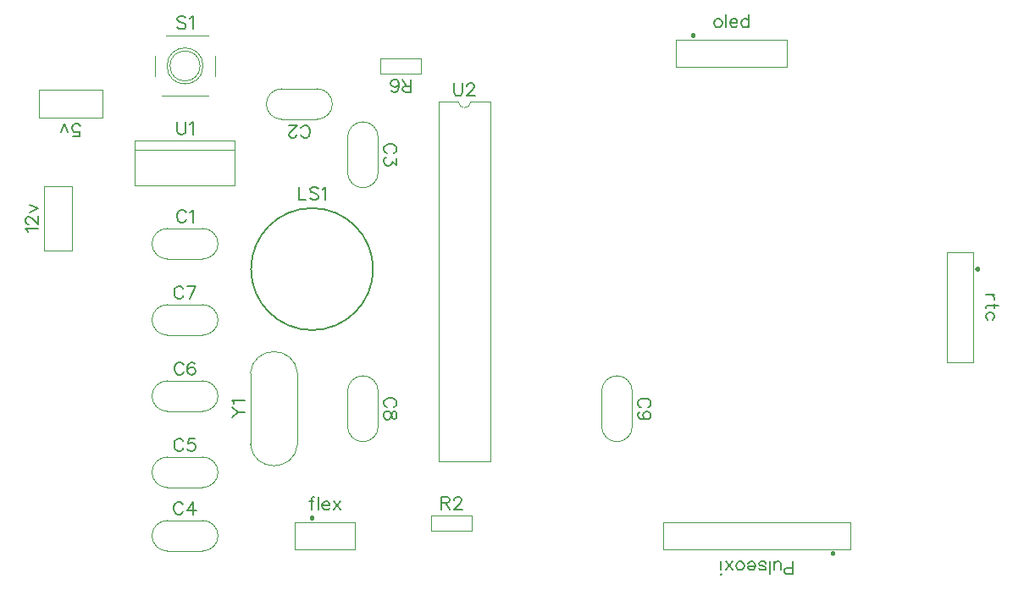
<source format=gbr>
G04 DipTrace 4.2.0.1*
G04 TopSilk.gbr*
%MOIN*%
G04 #@! TF.FileFunction,Legend,Top*
G04 #@! TF.Part,Single*
%ADD10C,0.004724*%
%ADD22C,0.005*%
%ADD65C,0.00772*%
%FSLAX26Y26*%
G04*
G70*
G90*
G75*
G01*
G04 TopSilk*
%LPD*%
X488583Y1817717D2*
D10*
X598819D1*
Y2069685D1*
X488583D1*
Y1817717D1*
X719685Y2338583D2*
Y2448819D1*
X467717D1*
Y2338583D1*
X719685D1*
X973761Y1783701D2*
X1113640D1*
X973761Y1903701D2*
X1113640D1*
Y1783701D2*
G03X1113640Y1903701I60J60000D01*
G01*
X973761D2*
G03X973761Y1783701I-60J-60000D01*
G01*
X1563640Y2453701D2*
X1423761D1*
X1563640Y2333701D2*
X1423761D1*
Y2453701D2*
G03X1423761Y2333701I-60J-60000D01*
G01*
X1563640D2*
G03X1563640Y2453701I60J60000D01*
G01*
X1683701Y2263640D2*
Y2123761D1*
X1803701Y2263640D2*
Y2123761D1*
X1683701D2*
G03X1803701Y2123761I60000J-60D01*
G01*
Y2263640D2*
G03X1683701Y2263640I-60000J60D01*
G01*
X973764Y633698D2*
X1113643Y633704D1*
X973759Y753698D2*
X1113638Y753704D1*
X1113643Y633704D2*
G03X1113638Y753704I58J60000D01*
G01*
X973759Y753698D2*
G03X973764Y633698I-58J-60000D01*
G01*
X973761Y883701D2*
X1113640D1*
X973761Y1003701D2*
X1113640D1*
Y883701D2*
G03X1113640Y1003701I60J60000D01*
G01*
X973761D2*
G03X973761Y883701I-60J-60000D01*
G01*
Y1183701D2*
X1113640D1*
X973761Y1303701D2*
X1113640D1*
Y1183701D2*
G03X1113640Y1303701I60J60000D01*
G01*
X973761D2*
G03X973761Y1183701I-60J-60000D01*
G01*
Y1483701D2*
X1113640D1*
X973761Y1603701D2*
X1113640D1*
Y1483701D2*
G03X1113640Y1603701I60J60000D01*
G01*
X973761D2*
G03X973761Y1483701I-60J-60000D01*
G01*
X1683699Y1263639D2*
X1683703Y1123760D1*
X1803699Y1263642D2*
X1803703Y1123763D1*
X1683703Y1123760D2*
G03X1803703Y1123763I60000J-59D01*
G01*
X1803699Y1263642D2*
G03X1683699Y1263639I-60000J59D01*
G01*
X2683701Y1263640D2*
Y1123761D1*
X2803701Y1263640D2*
Y1123761D1*
X2683701D2*
G03X2803701Y1123761I60000J-60D01*
G01*
Y1263640D2*
G03X2683701Y1263640I-60000J60D01*
G01*
X1476772Y746063D2*
Y641339D1*
X1710630D1*
Y746063D1*
X1476772D1*
G36*
X1534016Y762835D2*
X1534099Y764099D1*
X1534346Y765341D1*
X1534753Y766541D1*
X1535313Y767677D1*
X1536017Y768731D1*
X1536852Y769683D1*
X1537805Y770518D1*
X1538858Y771222D1*
X1539994Y771782D1*
X1541194Y772190D1*
X1542437Y772437D1*
X1543701Y772520D1*
X1544965Y772437D1*
X1546207Y772190D1*
X1547407Y771782D1*
X1548543Y771222D1*
X1549597Y770518D1*
X1550549Y769683D1*
X1551384Y768731D1*
X1552088Y767677D1*
X1552649Y766541D1*
X1553056Y765341D1*
X1553303Y764099D1*
X1553386Y762835D1*
D1*
X1553303Y761570D1*
X1553056Y760328D1*
X1552649Y759128D1*
X1552088Y757992D1*
X1551384Y756939D1*
X1550549Y755986D1*
X1549597Y755151D1*
X1548543Y754447D1*
X1547407Y753887D1*
X1546207Y753480D1*
X1544965Y753232D1*
X1543701Y753150D1*
X1542437Y753232D1*
X1541194Y753480D1*
X1539994Y753887D1*
X1538858Y754447D1*
X1537805Y755151D1*
X1536852Y755986D1*
X1536017Y756939D1*
X1535313Y757992D1*
X1534753Y759128D1*
X1534346Y760328D1*
X1534099Y761570D1*
X1534016Y762835D1*
D1*
G37*
X1303543Y1743701D2*
D22*
G02X1303543Y1743701I240157J0D01*
G01*
X2976772Y2646063D2*
D10*
Y2541339D1*
X3410630D1*
Y2646063D1*
X2976772D1*
G36*
X3034016Y2662835D2*
X3034099Y2664099D1*
X3034346Y2665341D1*
X3034753Y2666541D1*
X3035313Y2667677D1*
X3036017Y2668731D1*
X3036852Y2669683D1*
X3037805Y2670518D1*
X3038858Y2671222D1*
X3039994Y2671782D1*
X3041194Y2672190D1*
X3042437Y2672437D1*
X3043701Y2672520D1*
X3044965Y2672437D1*
X3046207Y2672190D1*
X3047407Y2671782D1*
X3048543Y2671222D1*
X3049597Y2670518D1*
X3050549Y2669683D1*
X3051384Y2668731D1*
X3052088Y2667677D1*
X3052649Y2666541D1*
X3053056Y2665341D1*
X3053303Y2664099D1*
X3053386Y2662835D1*
D1*
X3053303Y2661570D1*
X3053056Y2660328D1*
X3052649Y2659128D1*
X3052088Y2657992D1*
X3051384Y2656939D1*
X3050549Y2655986D1*
X3049597Y2655151D1*
X3048543Y2654447D1*
X3047407Y2653887D1*
X3046207Y2653480D1*
X3044965Y2653232D1*
X3043701Y2653150D1*
X3042437Y2653232D1*
X3041194Y2653480D1*
X3039994Y2653887D1*
X3038858Y2654447D1*
X3037805Y2655151D1*
X3036852Y2655986D1*
X3036017Y2656939D1*
X3035313Y2657992D1*
X3034753Y2659128D1*
X3034346Y2660328D1*
X3034099Y2661570D1*
X3034016Y2662835D1*
D1*
G37*
X3660632Y641342D2*
D10*
X3660628Y746066D1*
X2926769Y746039D1*
X2926773Y641315D1*
X3660632Y641342D1*
G36*
X3603388Y624568D2*
X3603305Y623304D1*
X3603058Y622061D1*
X3602651Y620861D1*
X3602091Y619725D1*
X3601387Y618672D1*
X3600552Y617719D1*
X3599599Y616884D1*
X3598546Y616180D1*
X3597410Y615620D1*
X3596210Y615213D1*
X3594968Y614965D1*
X3593703Y614882D1*
X3592439Y614965D1*
X3591197Y615212D1*
X3589997Y615620D1*
X3588861Y616180D1*
X3587807Y616884D1*
X3586855Y617719D1*
X3586020Y618671D1*
X3585316Y619725D1*
X3584755Y620861D1*
X3584348Y622060D1*
X3584101Y623303D1*
X3584018Y624567D1*
D1*
X3584101Y625831D1*
X3584348Y627074D1*
X3584755Y628273D1*
X3585315Y629410D1*
X3586019Y630463D1*
X3586854Y631416D1*
X3587807Y632251D1*
X3588860Y632955D1*
X3589996Y633515D1*
X3591196Y633922D1*
X3592439Y634170D1*
X3593703Y634252D1*
X3594967Y634170D1*
X3596209Y633923D1*
X3597409Y633515D1*
X3598545Y632955D1*
X3599599Y632251D1*
X3600551Y631416D1*
X3601386Y630464D1*
X3602090Y629410D1*
X3602651Y628274D1*
X3603058Y627074D1*
X3603305Y625832D1*
X3603388Y624568D1*
D1*
G37*
X2173850Y713701D2*
D10*
Y773701D1*
X2013551Y713701D2*
X2173850D1*
X2013551D2*
Y773701D1*
X2173850D1*
X1813550Y2573698D2*
X1813552Y2513698D1*
X1973849Y2573704D2*
X1813550Y2573698D1*
X1973849Y2573704D2*
X1973851Y2513704D1*
X1813552Y2513698D1*
X4146063Y1810630D2*
X4041339D1*
Y1376772D1*
X4146063D1*
Y1810630D1*
G36*
X4162835Y1753386D2*
X4164099Y1753303D1*
X4165341Y1753056D1*
X4166541Y1752649D1*
X4167677Y1752088D1*
X4168731Y1751384D1*
X4169683Y1750549D1*
X4170518Y1749597D1*
X4171222Y1748543D1*
X4171782Y1747407D1*
X4172190Y1746207D1*
X4172437Y1744965D1*
X4172520Y1743701D1*
X4172437Y1742437D1*
X4172190Y1741194D1*
X4171782Y1739994D1*
X4171222Y1738858D1*
X4170518Y1737805D1*
X4169683Y1736852D1*
X4168731Y1736017D1*
X4167677Y1735313D1*
X4166541Y1734753D1*
X4165341Y1734346D1*
X4164099Y1734099D1*
X4162835Y1734016D1*
D1*
X4161570Y1734099D1*
X4160328Y1734346D1*
X4159128Y1734753D1*
X4157992Y1735313D1*
X4156939Y1736017D1*
X4155986Y1736852D1*
X4155151Y1737805D1*
X4154447Y1738858D1*
X4153887Y1739994D1*
X4153480Y1741194D1*
X4153232Y1742437D1*
X4153150Y1743701D1*
X4153232Y1744965D1*
X4153480Y1746207D1*
X4153887Y1747407D1*
X4154447Y1748543D1*
X4155151Y1749597D1*
X4155986Y1750549D1*
X4156939Y1751384D1*
X4157992Y1752088D1*
X4159128Y1752649D1*
X4160328Y1753056D1*
X4161570Y1753303D1*
X4162835Y1753386D1*
D1*
G37*
X972839Y2543701D2*
D10*
G02X972839Y2543701I70862J0D01*
G01*
X953146Y2425584D2*
X1134256D1*
X1161825Y2504304D2*
Y2583073D1*
X1134256Y2661818D2*
X968900D1*
X925576Y2583073D2*
Y2504304D1*
X984655Y2543688D2*
G02X984655Y2543688I59046J0D01*
G01*
X846850Y2250000D2*
Y2072835D1*
X1240551D1*
Y2250000D1*
X846850D1*
Y2214567D2*
X1240551D1*
X2041337Y2402362D2*
Y985039D1*
X2246064Y2402362D2*
Y985039D1*
X2041337D2*
X2246064D1*
X2041337Y2402362D2*
X2120070D1*
X2246064D2*
X2167332D1*
X2120070D2*
G03X2167332Y2402362I23631J104D01*
G01*
X1486575Y1054037D2*
Y1333365D1*
X1300827Y1054037D2*
Y1333365D1*
Y1054037D2*
G03X1486575Y1054037I92874J8216D01*
G01*
Y1333365D2*
G03X1300827Y1333365I-92874J-8216D01*
G01*
X424976Y1891176D2*
D65*
X422545Y1895984D1*
X415415Y1903169D1*
X465600D1*
X427353Y1921040D2*
X424976D1*
X420168Y1923417D1*
X417791Y1925793D1*
X415415Y1930602D1*
Y1940164D1*
X417791Y1944917D1*
X420168Y1947293D1*
X424976Y1949725D1*
X429730D1*
X434538Y1947293D1*
X441668Y1942540D1*
X465600Y1918608D1*
Y1952102D1*
X432106Y1967541D2*
X465600Y1981911D1*
X432106Y1996226D1*
X603825Y2265415D2*
X627701D1*
X630078Y2286915D1*
X627701Y2284538D1*
X620516Y2282106D1*
X613386D1*
X606201Y2284538D1*
X601393Y2289291D1*
X599016Y2296476D1*
Y2301230D1*
X601393Y2308415D1*
X606201Y2313223D1*
X613386Y2315600D1*
X620516D1*
X627701Y2313223D1*
X630078Y2310791D1*
X632510Y2306038D1*
X583577Y2282106D2*
X569207Y2315600D1*
X554892Y2282106D1*
X1047919Y1964986D2*
X1045543Y1969739D1*
X1040734Y1974547D1*
X1035981Y1976924D1*
X1026420D1*
X1021611Y1974547D1*
X1016858Y1969739D1*
X1014426Y1964986D1*
X1012049Y1957801D1*
Y1945807D1*
X1014426Y1938677D1*
X1016858Y1933869D1*
X1021611Y1929116D1*
X1026420Y1926684D1*
X1035981D1*
X1040734Y1929116D1*
X1045543Y1933869D1*
X1047919Y1938677D1*
X1063359Y1967307D2*
X1068167Y1969739D1*
X1075352Y1976869D1*
Y1926684D1*
X1500232Y2272416D2*
X1502609Y2267663D1*
X1507417Y2262854D1*
X1512170Y2260478D1*
X1521732D1*
X1526540Y2262854D1*
X1531294Y2267663D1*
X1533725Y2272416D1*
X1536102Y2279601D1*
Y2291594D1*
X1533725Y2298724D1*
X1531294Y2303533D1*
X1526540Y2308286D1*
X1521732Y2310718D1*
X1512170D1*
X1507417Y2308286D1*
X1502609Y2303533D1*
X1500232Y2298724D1*
X1482361Y2272471D2*
Y2270095D1*
X1479984Y2265286D1*
X1477608Y2262910D1*
X1472799Y2260533D1*
X1463238D1*
X1458485Y2262910D1*
X1456108Y2265286D1*
X1453676Y2270095D1*
Y2274848D1*
X1456108Y2279656D1*
X1460861Y2286786D1*
X1484793Y2310718D1*
X1451300D1*
X1864986Y2200232D2*
X1869739Y2202609D1*
X1874547Y2207417D1*
X1876924Y2212170D1*
Y2221732D1*
X1874547Y2226540D1*
X1869739Y2231294D1*
X1864986Y2233725D1*
X1857801Y2236102D1*
X1845807D1*
X1838677Y2233725D1*
X1833869Y2231294D1*
X1829116Y2226540D1*
X1826684Y2221732D1*
Y2212170D1*
X1829116Y2207417D1*
X1833869Y2202609D1*
X1838677Y2200232D1*
X1876869Y2179984D2*
Y2153731D1*
X1857745Y2168046D1*
Y2160861D1*
X1855369Y2156108D1*
X1852992Y2153731D1*
X1845807Y2151300D1*
X1841054D1*
X1833869Y2153731D1*
X1829060Y2158485D1*
X1826684Y2165670D1*
Y2172855D1*
X1829060Y2179984D1*
X1831492Y2182361D1*
X1836246Y2184793D1*
X1035976Y814985D2*
X1033599Y819738D1*
X1028790Y824547D1*
X1024037Y826923D1*
X1014475D1*
X1009667Y824546D1*
X1004914Y819737D1*
X1002482Y814984D1*
X1000106Y807799D1*
X1000107Y795805D1*
X1002484Y788676D1*
X1004916Y783867D1*
X1009669Y779114D1*
X1014478Y776683D1*
X1024039D1*
X1028792Y779115D1*
X1033601Y783868D1*
X1035977Y788677D1*
X1075348Y776685D2*
X1075346Y826870D1*
X1051416Y793431D1*
X1087286Y793432D1*
X1037169Y1064986D2*
X1034793Y1069739D1*
X1029984Y1074547D1*
X1025231Y1076924D1*
X1015670D1*
X1010861Y1074547D1*
X1006108Y1069739D1*
X1003676Y1064986D1*
X1001300Y1057801D1*
Y1045807D1*
X1003676Y1038677D1*
X1006108Y1033869D1*
X1010861Y1029116D1*
X1015670Y1026684D1*
X1025231D1*
X1029984Y1029116D1*
X1034793Y1033869D1*
X1037169Y1038677D1*
X1081294Y1076869D2*
X1057417D1*
X1055041Y1055369D1*
X1057417Y1057745D1*
X1064602Y1060177D1*
X1071732D1*
X1078917Y1057745D1*
X1083725Y1052992D1*
X1086102Y1045807D1*
Y1041054D1*
X1083725Y1033869D1*
X1078917Y1029060D1*
X1071732Y1026684D1*
X1064602D1*
X1057417Y1029060D1*
X1055041Y1031492D1*
X1052609Y1036246D1*
X1038385Y1364986D2*
X1036009Y1369739D1*
X1031200Y1374547D1*
X1026447Y1376924D1*
X1016886D1*
X1012077Y1374547D1*
X1007324Y1369739D1*
X1004892Y1364986D1*
X1002515Y1357801D1*
Y1345807D1*
X1004892Y1338677D1*
X1007324Y1333869D1*
X1012077Y1329116D1*
X1016886Y1326684D1*
X1026447D1*
X1031200Y1329116D1*
X1036009Y1333869D1*
X1038385Y1338677D1*
X1082510Y1369739D2*
X1080133Y1374492D1*
X1072948Y1376869D1*
X1068195D1*
X1061010Y1374492D1*
X1056201Y1367307D1*
X1053825Y1355369D1*
Y1343431D1*
X1056201Y1333869D1*
X1061010Y1329060D1*
X1068195Y1326684D1*
X1070571D1*
X1077701Y1329060D1*
X1082510Y1333869D1*
X1084886Y1341054D1*
Y1343431D1*
X1082510Y1350616D1*
X1077701Y1355369D1*
X1070571Y1357745D1*
X1068195D1*
X1061010Y1355369D1*
X1056201Y1350616D1*
X1053825Y1343431D1*
X1037169Y1664986D2*
X1034793Y1669739D1*
X1029984Y1674547D1*
X1025231Y1676924D1*
X1015670D1*
X1010861Y1674547D1*
X1006108Y1669739D1*
X1003676Y1664986D1*
X1001300Y1657801D1*
Y1645807D1*
X1003676Y1638677D1*
X1006108Y1633869D1*
X1010861Y1629116D1*
X1015670Y1626684D1*
X1025231D1*
X1029984Y1629116D1*
X1034793Y1633869D1*
X1037169Y1638677D1*
X1062170Y1626684D2*
X1086102Y1676869D1*
X1052609D1*
X1864986Y1200208D2*
X1869739Y1202584D1*
X1874547Y1207393D1*
X1876923Y1212146D1*
Y1221708D1*
X1874546Y1226516D1*
X1869738Y1231269D1*
X1864985Y1233701D1*
X1857800Y1236077D1*
X1845806D1*
X1838676Y1233700D1*
X1833868Y1231268D1*
X1829115Y1226515D1*
X1826683Y1221706D1*
Y1212145D1*
X1829115Y1207392D1*
X1833869Y1202583D1*
X1838677Y1200207D1*
X1876869Y1172830D2*
X1874492Y1179960D1*
X1869739Y1182392D1*
X1864931D1*
X1860178Y1179960D1*
X1857746Y1175207D1*
X1855369Y1165645D1*
X1852993Y1158460D1*
X1848185Y1153706D1*
X1843432Y1151330D1*
X1836247D1*
X1831493Y1153706D1*
X1829061Y1156083D1*
X1826685Y1163268D1*
X1826684Y1172829D1*
X1829061Y1179959D1*
X1831493Y1182391D1*
X1836246Y1184768D1*
X1843431D1*
X1848184Y1182391D1*
X1852993Y1177583D1*
X1855369Y1170453D1*
X1857746Y1160892D1*
X1860178Y1156083D1*
X1864931Y1153707D1*
X1869740D1*
X1874493Y1156084D1*
X1876869Y1163269D1*
Y1172830D1*
X2864986Y1199044D2*
X2869739Y1201420D1*
X2874547Y1206229D1*
X2876924Y1210982D1*
Y1220544D1*
X2874547Y1225352D1*
X2869739Y1230105D1*
X2864986Y1232537D1*
X2857801Y1234914D1*
X2845807D1*
X2838677Y1232537D1*
X2833869Y1230105D1*
X2829116Y1225352D1*
X2826684Y1220544D1*
Y1210982D1*
X2829116Y1206229D1*
X2833869Y1201420D1*
X2838677Y1199044D1*
X2860177Y1152488D2*
X2852992Y1154920D1*
X2848184Y1159673D1*
X2845807Y1166858D1*
Y1169234D1*
X2848184Y1176420D1*
X2852992Y1181173D1*
X2860177Y1183605D1*
X2862554D1*
X2869739Y1181173D1*
X2874492Y1176420D1*
X2876869Y1169234D1*
Y1166858D1*
X2874492Y1159673D1*
X2869739Y1154920D1*
X2860177Y1152488D1*
X2848184D1*
X2836246Y1154920D1*
X2829060Y1159673D1*
X2826684Y1166858D1*
Y1171611D1*
X2829060Y1178796D1*
X2833869Y1181173D1*
X1552607Y845743D2*
X1547854D1*
X1543045Y843366D1*
X1540669Y836181D1*
Y795503D1*
X1533484Y828996D2*
X1550230D1*
X1568046Y845743D2*
Y795503D1*
X1583485Y814626D2*
X1612170D1*
Y819434D1*
X1609794Y824243D1*
X1607417Y826620D1*
X1602609Y828996D1*
X1595424D1*
X1590670Y826620D1*
X1585862Y821811D1*
X1583485Y814626D1*
Y809873D1*
X1585862Y802688D1*
X1590670Y797935D1*
X1595424Y795503D1*
X1602609D1*
X1607417Y797935D1*
X1612170Y802688D1*
X1627610Y828996D2*
X1653918Y795503D1*
Y828996D2*
X1627610Y795503D1*
X1491176Y2066924D2*
Y2016684D1*
X1519861D1*
X1568793Y2059739D2*
X1564040Y2064547D1*
X1556855Y2066924D1*
X1547293D1*
X1540108Y2064547D1*
X1535300Y2059739D1*
Y2054986D1*
X1537732Y2050177D1*
X1540108Y2047801D1*
X1544861Y2045424D1*
X1559232Y2040616D1*
X1564040Y2038239D1*
X1566417Y2035807D1*
X1568793Y2031054D1*
Y2023869D1*
X1564040Y2019116D1*
X1556855Y2016684D1*
X1547293D1*
X1540108Y2019116D1*
X1535300Y2023869D1*
X1584232Y2057307D2*
X1589041Y2059739D1*
X1596226Y2066869D1*
Y2016684D1*
X3138237Y2728996D2*
X3133484Y2726620D1*
X3128675Y2721811D1*
X3126299Y2714626D1*
Y2709873D1*
X3128675Y2702688D1*
X3133484Y2697935D1*
X3138237Y2695503D1*
X3145422D1*
X3150230Y2697935D1*
X3154984Y2702688D1*
X3157415Y2709873D1*
Y2714626D1*
X3154984Y2721811D1*
X3150230Y2726620D1*
X3145422Y2728996D1*
X3138237D1*
X3172855Y2745743D2*
Y2695503D1*
X3188294Y2714626D2*
X3216979D1*
Y2719434D1*
X3214602Y2724243D1*
X3212226Y2726620D1*
X3207417Y2728996D1*
X3200232D1*
X3195479Y2726620D1*
X3190670Y2721811D1*
X3188294Y2714626D1*
Y2709873D1*
X3190670Y2702688D1*
X3195479Y2697935D1*
X3200232Y2695503D1*
X3207417D1*
X3212226Y2697935D1*
X3216979Y2702688D1*
X3261103Y2745743D2*
Y2695503D1*
Y2721811D2*
X3256350Y2726620D1*
X3251541Y2728996D1*
X3244356D1*
X3239603Y2726620D1*
X3234795Y2721811D1*
X3232418Y2714626D1*
Y2709873D1*
X3234795Y2702688D1*
X3239603Y2697935D1*
X3244356Y2695503D1*
X3251541D1*
X3256350Y2697935D1*
X3261103Y2702688D1*
X3436257Y567962D2*
X3414702Y567961D1*
X3407572Y565584D1*
X3405140Y563152D1*
X3402764Y558399D1*
Y551214D1*
X3405141Y546461D1*
X3407573Y544029D1*
X3414702Y541653D1*
X3436258Y541654D1*
X3436256Y591894D1*
X3387324Y558398D2*
Y582330D1*
X3384947Y589460D1*
X3380138Y591891D1*
X3372953D1*
X3368200Y589459D1*
X3361015Y582329D1*
X3361016Y558397D2*
X3361015Y591891D1*
X3345577Y541650D2*
X3345576Y591890D1*
X3303829Y565580D2*
X3306206Y560772D1*
X3313391Y558396D1*
X3320576D1*
X3327761Y560773D1*
X3330137Y565581D1*
X3327761Y570334D1*
X3322952Y572766D1*
X3311014Y575142D1*
X3306205Y577519D1*
X3303828Y582327D1*
Y584704D1*
X3306205Y589457D1*
X3313390Y591889D1*
X3320575D1*
X3327760Y589458D1*
X3330137Y584705D1*
X3288390Y572765D2*
X3259705Y572764D1*
Y567955D1*
X3262082Y563147D1*
X3264458Y560770D1*
X3269267Y558394D1*
X3276452D1*
X3281205Y560771D1*
X3286013Y565580D1*
X3288390Y572765D1*
X3288389Y577518D1*
X3286012Y584703D1*
X3281204Y589456D1*
X3276451Y591888D1*
X3269266Y591887D1*
X3264457Y589455D1*
X3259704Y584702D1*
X3232328Y558393D2*
X3237081Y560769D1*
X3241889Y565578D1*
X3244265Y572763D1*
Y577516D1*
X3241888Y584701D1*
X3237080Y589454D1*
X3232326Y591886D1*
X3225141D1*
X3220333Y589454D1*
X3215580Y584700D1*
X3213148Y577515D1*
X3213149Y572762D1*
X3215581Y565577D1*
X3220334Y560769D1*
X3225143Y558392D1*
X3232328Y558393D1*
X3197710Y558391D2*
X3171400Y591884D1*
X3171402Y558390D2*
X3197709Y591885D1*
X3155963Y541643D2*
X3153586Y544020D1*
X3151155Y541643D1*
X3153586Y539211D1*
X3155963Y541643D1*
X3153586Y558390D2*
X3153585Y591883D1*
X2052488Y822992D2*
X2073988D1*
X2081173Y825424D1*
X2083605Y827801D1*
X2085981Y832554D1*
Y837362D1*
X2083605Y842115D1*
X2081173Y844547D1*
X2073988Y846924D1*
X2052488D1*
Y796684D1*
X2069234Y822992D2*
X2085981Y796684D1*
X2103852Y834930D2*
Y837307D1*
X2106229Y842115D1*
X2108605Y844492D1*
X2113414Y846869D1*
X2122976D1*
X2127729Y844492D1*
X2130105Y842115D1*
X2132537Y837307D1*
Y832554D1*
X2130105Y827745D1*
X2125352Y820616D1*
X2101420Y796684D1*
X2134914D1*
X1933701Y2464411D2*
X1912201Y2464410D1*
X1905016Y2461978D1*
X1902584Y2459601D1*
X1900208Y2454848D1*
Y2450040D1*
X1902585Y2445286D1*
X1905017Y2442855D1*
X1912202Y2440478D1*
X1933702Y2440479D1*
X1933700Y2490719D1*
X1916954Y2464410D2*
X1900206Y2490718D1*
X1856084Y2447661D2*
X1858461Y2442908D1*
X1865646Y2440532D1*
X1870399D1*
X1877584Y2442909D1*
X1882392Y2450094D1*
X1884768Y2462033D1*
Y2473971D1*
X1882391Y2483532D1*
X1877582Y2488341D1*
X1870397Y2490717D1*
X1868021D1*
X1860891Y2488340D1*
X1856083Y2483531D1*
X1853706Y2476346D1*
Y2473970D1*
X1856083Y2466785D1*
X1860892Y2462032D1*
X1868022Y2459655D1*
X1870398D1*
X1877583Y2462032D1*
X1882391Y2466786D1*
X1884768Y2473971D1*
X4228996Y1642661D2*
X4195503D1*
X4214626D2*
X4221811Y1640229D1*
X4226620Y1635476D1*
X4228996Y1630668D1*
Y1623482D1*
X4245743Y1600858D2*
X4205064D1*
X4197935Y1598482D1*
X4195503Y1593673D1*
Y1588920D1*
X4228996Y1608043D2*
Y1591297D1*
X4221811Y1544741D2*
X4226620Y1549549D1*
X4228996Y1554357D1*
Y1561487D1*
X4226620Y1566296D1*
X4221811Y1571049D1*
X4214626Y1573481D1*
X4209873D1*
X4202688Y1571049D1*
X4197935Y1566296D1*
X4195503Y1561487D1*
Y1554357D1*
X4197935Y1549549D1*
X4202688Y1544741D1*
X1046731Y2731786D2*
X1041978Y2736595D1*
X1034793Y2738971D1*
X1025231D1*
X1018046Y2736595D1*
X1013238Y2731786D1*
Y2727033D1*
X1015670Y2722224D1*
X1018046Y2719848D1*
X1022799Y2717471D1*
X1037169Y2712663D1*
X1041978Y2710286D1*
X1044354Y2707854D1*
X1046731Y2703101D1*
Y2695916D1*
X1041978Y2691163D1*
X1034793Y2688731D1*
X1025231D1*
X1018046Y2691163D1*
X1013238Y2695916D1*
X1062170Y2729354D2*
X1066979Y2731786D1*
X1074164Y2738916D1*
Y2688731D1*
X1013238Y2323223D2*
Y2287353D1*
X1015614Y2280168D1*
X1020423Y2275415D1*
X1027608Y2272983D1*
X1032361D1*
X1039546Y2275415D1*
X1044354Y2280168D1*
X1046731Y2287353D1*
Y2323223D1*
X1062170Y2313606D2*
X1066979Y2316038D1*
X1074164Y2323168D1*
Y2272983D1*
X2102488Y2475585D2*
Y2439715D1*
X2104864Y2432530D1*
X2109673Y2427777D1*
X2116858Y2425345D1*
X2121611D1*
X2128796Y2427777D1*
X2133605Y2432530D1*
X2135981Y2439715D1*
Y2475585D1*
X2153852Y2463592D2*
Y2465968D1*
X2156229Y2470777D1*
X2158605Y2473153D1*
X2163414Y2475530D1*
X2172976D1*
X2177729Y2473153D1*
X2180105Y2470777D1*
X2182537Y2465968D1*
Y2461215D1*
X2180105Y2456407D1*
X2175352Y2449277D1*
X2151420Y2425345D1*
X2184914D1*
X1227604Y1160861D2*
X1251535Y1179984D1*
X1277844D1*
X1227604Y1199108D2*
X1251535Y1179984D1*
X1237221Y1214547D2*
X1234789Y1219355D1*
X1227659Y1226540D1*
X1277844D1*
M02*

</source>
